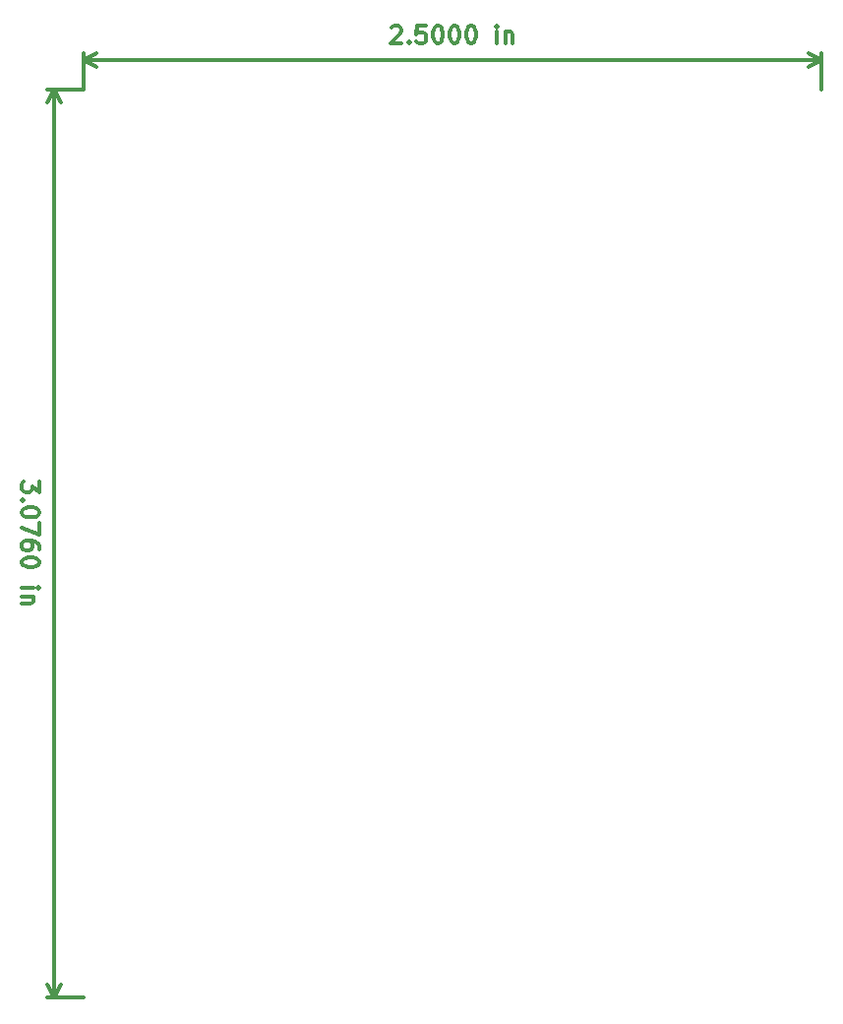
<source format=gbr>
G04 #@! TF.GenerationSoftware,KiCad,Pcbnew,5.0.1*
G04 #@! TF.CreationDate,2018-11-12T18:51:33-08:00*
G04 #@! TF.ProjectId,HSMC-GPIO-kicad,48534D432D4750494F2D6B696361642E,rev?*
G04 #@! TF.SameCoordinates,Original*
G04 #@! TF.FileFunction,Other,Comment*
%FSLAX46Y46*%
G04 Gerber Fmt 4.6, Leading zero omitted, Abs format (unit mm)*
G04 Created by KiCad (PCBNEW 5.0.1) date Mon 12 Nov 2018 06:51:33 PM PST*
%MOMM*%
%LPD*%
G01*
G04 APERTURE LIST*
%ADD10C,0.300000*%
G04 APERTURE END LIST*
D10*
X51900000Y-20081428D02*
X51971428Y-20010000D01*
X52114285Y-19938571D01*
X52471428Y-19938571D01*
X52614285Y-20010000D01*
X52685714Y-20081428D01*
X52757142Y-20224285D01*
X52757142Y-20367142D01*
X52685714Y-20581428D01*
X51828571Y-21438571D01*
X52757142Y-21438571D01*
X53400000Y-21295714D02*
X53471428Y-21367142D01*
X53400000Y-21438571D01*
X53328571Y-21367142D01*
X53400000Y-21295714D01*
X53400000Y-21438571D01*
X54828571Y-19938571D02*
X54114285Y-19938571D01*
X54042857Y-20652857D01*
X54114285Y-20581428D01*
X54257142Y-20510000D01*
X54614285Y-20510000D01*
X54757142Y-20581428D01*
X54828571Y-20652857D01*
X54900000Y-20795714D01*
X54900000Y-21152857D01*
X54828571Y-21295714D01*
X54757142Y-21367142D01*
X54614285Y-21438571D01*
X54257142Y-21438571D01*
X54114285Y-21367142D01*
X54042857Y-21295714D01*
X55828571Y-19938571D02*
X55971428Y-19938571D01*
X56114285Y-20010000D01*
X56185714Y-20081428D01*
X56257142Y-20224285D01*
X56328571Y-20510000D01*
X56328571Y-20867142D01*
X56257142Y-21152857D01*
X56185714Y-21295714D01*
X56114285Y-21367142D01*
X55971428Y-21438571D01*
X55828571Y-21438571D01*
X55685714Y-21367142D01*
X55614285Y-21295714D01*
X55542857Y-21152857D01*
X55471428Y-20867142D01*
X55471428Y-20510000D01*
X55542857Y-20224285D01*
X55614285Y-20081428D01*
X55685714Y-20010000D01*
X55828571Y-19938571D01*
X57257142Y-19938571D02*
X57400000Y-19938571D01*
X57542857Y-20010000D01*
X57614285Y-20081428D01*
X57685714Y-20224285D01*
X57757142Y-20510000D01*
X57757142Y-20867142D01*
X57685714Y-21152857D01*
X57614285Y-21295714D01*
X57542857Y-21367142D01*
X57400000Y-21438571D01*
X57257142Y-21438571D01*
X57114285Y-21367142D01*
X57042857Y-21295714D01*
X56971428Y-21152857D01*
X56900000Y-20867142D01*
X56900000Y-20510000D01*
X56971428Y-20224285D01*
X57042857Y-20081428D01*
X57114285Y-20010000D01*
X57257142Y-19938571D01*
X58685714Y-19938571D02*
X58828571Y-19938571D01*
X58971428Y-20010000D01*
X59042857Y-20081428D01*
X59114285Y-20224285D01*
X59185714Y-20510000D01*
X59185714Y-20867142D01*
X59114285Y-21152857D01*
X59042857Y-21295714D01*
X58971428Y-21367142D01*
X58828571Y-21438571D01*
X58685714Y-21438571D01*
X58542857Y-21367142D01*
X58471428Y-21295714D01*
X58400000Y-21152857D01*
X58328571Y-20867142D01*
X58328571Y-20510000D01*
X58400000Y-20224285D01*
X58471428Y-20081428D01*
X58542857Y-20010000D01*
X58685714Y-19938571D01*
X60971428Y-21438571D02*
X60971428Y-20438571D01*
X60971428Y-19938571D02*
X60900000Y-20010000D01*
X60971428Y-20081428D01*
X61042857Y-20010000D01*
X60971428Y-19938571D01*
X60971428Y-20081428D01*
X61685714Y-20438571D02*
X61685714Y-21438571D01*
X61685714Y-20581428D02*
X61757142Y-20510000D01*
X61900000Y-20438571D01*
X62114285Y-20438571D01*
X62257142Y-20510000D01*
X62328571Y-20652857D01*
X62328571Y-21438571D01*
X25400000Y-22860000D02*
X88900000Y-22860000D01*
X25400000Y-25400000D02*
X25400000Y-22273579D01*
X88900000Y-25400000D02*
X88900000Y-22273579D01*
X88900000Y-22860000D02*
X87773496Y-23446421D01*
X88900000Y-22860000D02*
X87773496Y-22273579D01*
X25400000Y-22860000D02*
X26526504Y-23446421D01*
X25400000Y-22860000D02*
X26526504Y-22273579D01*
X21581428Y-59143771D02*
X21581428Y-60072342D01*
X21010000Y-59572342D01*
X21010000Y-59786628D01*
X20938571Y-59929485D01*
X20867142Y-60000914D01*
X20724285Y-60072342D01*
X20367142Y-60072342D01*
X20224285Y-60000914D01*
X20152857Y-59929485D01*
X20081428Y-59786628D01*
X20081428Y-59358057D01*
X20152857Y-59215200D01*
X20224285Y-59143771D01*
X20224285Y-60715200D02*
X20152857Y-60786628D01*
X20081428Y-60715200D01*
X20152857Y-60643771D01*
X20224285Y-60715200D01*
X20081428Y-60715200D01*
X21581428Y-61715200D02*
X21581428Y-61858057D01*
X21510000Y-62000914D01*
X21438571Y-62072342D01*
X21295714Y-62143771D01*
X21010000Y-62215200D01*
X20652857Y-62215200D01*
X20367142Y-62143771D01*
X20224285Y-62072342D01*
X20152857Y-62000914D01*
X20081428Y-61858057D01*
X20081428Y-61715200D01*
X20152857Y-61572342D01*
X20224285Y-61500914D01*
X20367142Y-61429485D01*
X20652857Y-61358057D01*
X21010000Y-61358057D01*
X21295714Y-61429485D01*
X21438571Y-61500914D01*
X21510000Y-61572342D01*
X21581428Y-61715200D01*
X21581428Y-62715200D02*
X21581428Y-63715200D01*
X20081428Y-63072342D01*
X21581428Y-64929485D02*
X21581428Y-64643771D01*
X21510000Y-64500914D01*
X21438571Y-64429485D01*
X21224285Y-64286628D01*
X20938571Y-64215200D01*
X20367142Y-64215199D01*
X20224285Y-64286628D01*
X20152857Y-64358057D01*
X20081428Y-64500914D01*
X20081428Y-64786628D01*
X20152857Y-64929485D01*
X20224285Y-65000914D01*
X20367142Y-65072342D01*
X20724285Y-65072342D01*
X20867142Y-65000914D01*
X20938571Y-64929485D01*
X21010000Y-64786628D01*
X21010000Y-64500914D01*
X20938571Y-64358057D01*
X20867142Y-64286628D01*
X20724285Y-64215200D01*
X21581428Y-66000914D02*
X21581428Y-66143771D01*
X21510000Y-66286628D01*
X21438571Y-66358057D01*
X21295714Y-66429485D01*
X21010000Y-66500914D01*
X20652857Y-66500914D01*
X20367142Y-66429485D01*
X20224285Y-66358057D01*
X20152857Y-66286628D01*
X20081428Y-66143771D01*
X20081428Y-66000914D01*
X20152857Y-65858057D01*
X20224285Y-65786628D01*
X20367142Y-65715200D01*
X20652857Y-65643771D01*
X21010000Y-65643771D01*
X21295714Y-65715200D01*
X21438571Y-65786628D01*
X21510000Y-65858057D01*
X21581428Y-66000914D01*
X20081428Y-68286628D02*
X21081428Y-68286628D01*
X21581428Y-68286628D02*
X21510000Y-68215200D01*
X21438571Y-68286628D01*
X21510000Y-68358057D01*
X21581428Y-68286628D01*
X21438571Y-68286628D01*
X21081428Y-69000914D02*
X20081428Y-69000914D01*
X20938571Y-69000914D02*
X21010000Y-69072342D01*
X21081428Y-69215200D01*
X21081428Y-69429485D01*
X21010000Y-69572342D01*
X20867142Y-69643771D01*
X20081428Y-69643771D01*
X22860000Y-25400000D02*
X22860000Y-103530400D01*
X25400000Y-25400000D02*
X22273579Y-25400000D01*
X25400000Y-103530400D02*
X22273579Y-103530400D01*
X22860000Y-103530400D02*
X22273579Y-102403896D01*
X22860000Y-103530400D02*
X23446421Y-102403896D01*
X22860000Y-25400000D02*
X22273579Y-26526504D01*
X22860000Y-25400000D02*
X23446421Y-26526504D01*
M02*

</source>
